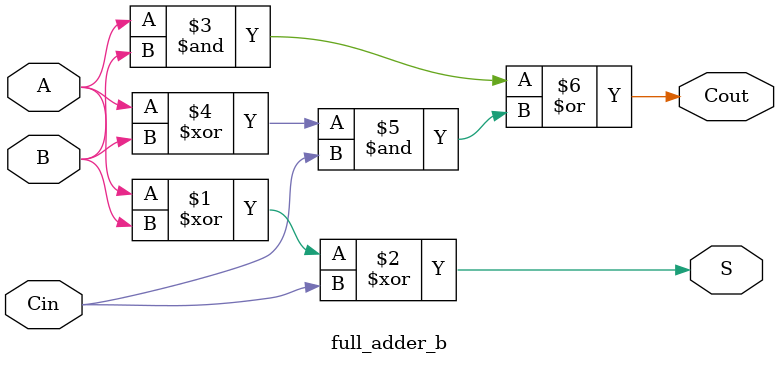
<source format=sv>
`timescale 1ns / 1ps


module full_adder_b(
    input logic A,
    input logic B,
    input logic Cin,
    output logic S,
    output logic Cout
    );
    assign S = (A ^ B) ^ Cin;
	assign Cout = A & B | (A ^ B) & Cin;
endmodule

</source>
